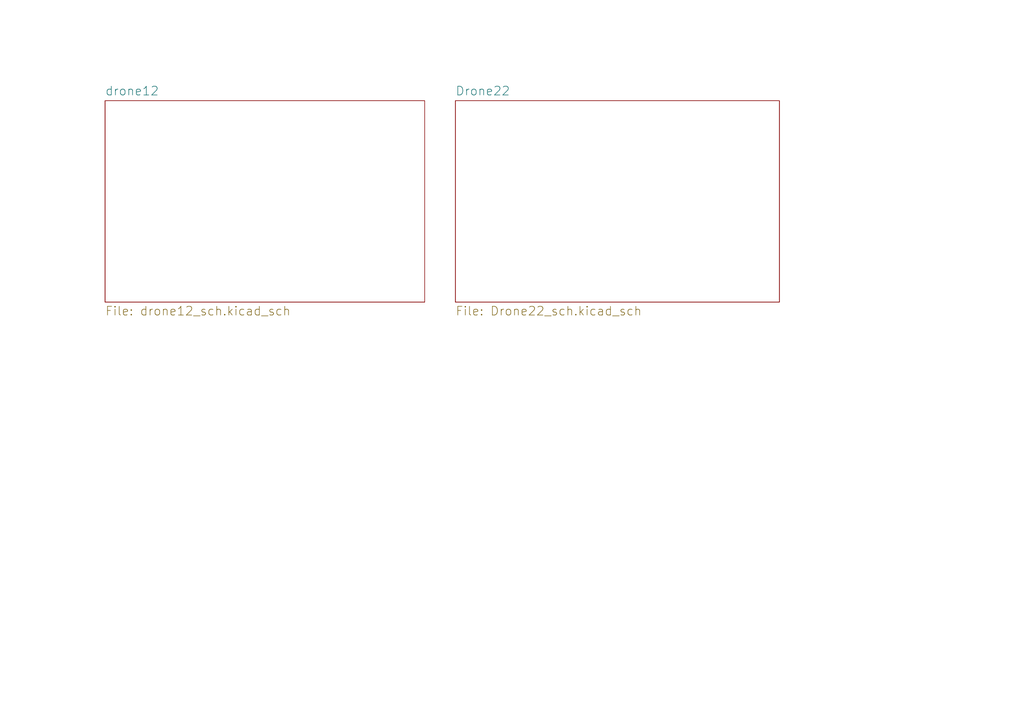
<source format=kicad_sch>
(kicad_sch
	(version 20250114)
	(generator "eeschema")
	(generator_version "9.0")
	(uuid "fd298824-c8d6-4ae8-93f7-5c395521c4e6")
	(paper "A4")
	(lib_symbols)
	(sheet
		(at 30.48 29.21)
		(size 92.71 58.42)
		(exclude_from_sim no)
		(in_bom yes)
		(on_board yes)
		(dnp no)
		(fields_autoplaced yes)
		(stroke
			(width 0.1524)
			(type solid)
		)
		(fill
			(color 0 0 0 0.0000)
		)
		(uuid "4d4edfca-0aee-4348-9f60-347d67fb42e8")
		(property "Sheetname" "drone12"
			(at 30.48 27.8634 0)
			(effects
				(font
					(size 2.54 2.54)
				)
				(justify left bottom)
			)
		)
		(property "Sheetfile" "drone12_sch.kicad_sch"
			(at 30.48 88.7226 0)
			(effects
				(font
					(size 2.54 2.54)
				)
				(justify left top)
			)
		)
		(instances
			(project "Drone_FC_V1.0"
				(path "/fd298824-c8d6-4ae8-93f7-5c395521c4e6"
					(page "2")
				)
			)
		)
	)
	(sheet
		(at 132.08 29.21)
		(size 93.98 58.42)
		(exclude_from_sim no)
		(in_bom yes)
		(on_board yes)
		(dnp no)
		(fields_autoplaced yes)
		(stroke
			(width 0.1524)
			(type solid)
		)
		(fill
			(color 0 0 0 0.0000)
		)
		(uuid "4e27932d-3d40-4d7b-b8b1-5412c2bbbdfb")
		(property "Sheetname" "Drone22"
			(at 132.08 27.8634 0)
			(effects
				(font
					(size 2.54 2.54)
				)
				(justify left bottom)
			)
		)
		(property "Sheetfile" "Drone22_sch.kicad_sch"
			(at 132.08 88.7226 0)
			(effects
				(font
					(size 2.54 2.54)
				)
				(justify left top)
			)
		)
		(instances
			(project "Drone_FC_V1.0"
				(path "/fd298824-c8d6-4ae8-93f7-5c395521c4e6"
					(page "3")
				)
			)
		)
	)
	(sheet_instances
		(path "/"
			(page "1")
		)
	)
	(embedded_fonts no)
)

</source>
